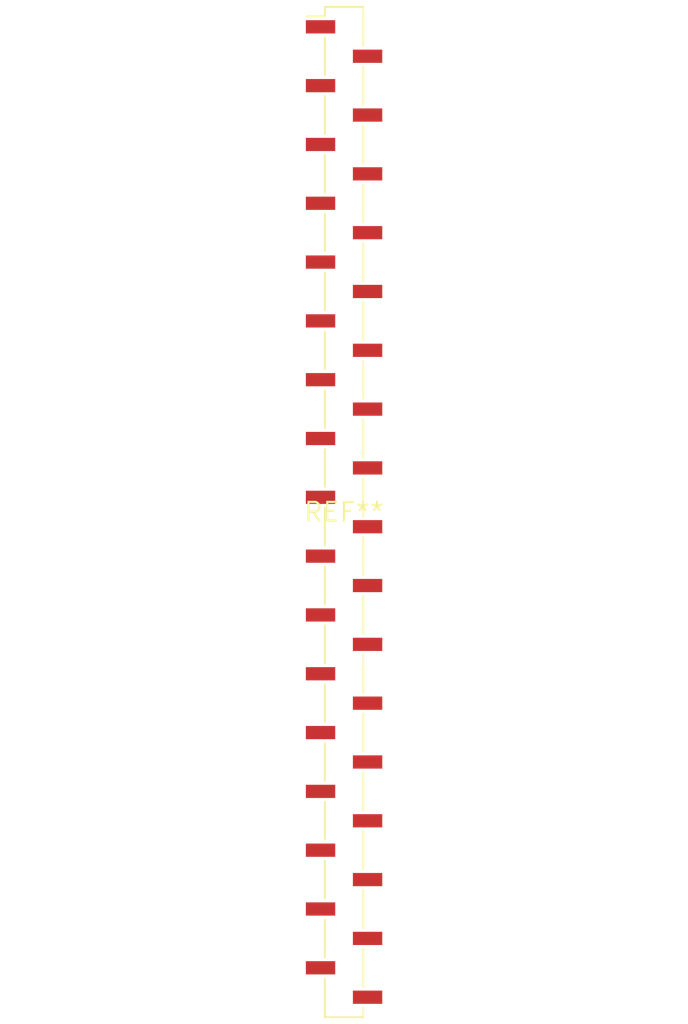
<source format=kicad_pcb>
(kicad_pcb (version 20240108) (generator pcbnew)
  (layers (0 "F.Cu" signal) (31 "B.Cu" signal) (34 "B.Paste" user) (35 "F.Paste" user) (36 "B.SilkS" user "B.Silkscreen") (37 "F.SilkS" user "F.Silkscreen") (38 "B.Mask" user) (39 "F.Mask" user) (44 "Edge.Cuts" user))
  (net 0 "")
  (footprint "PinSocket_1x34_P2.00mm_Vertical_SMD_Pin1Left" (layer "F.Cu") (at 0 0)
    (property "Reference" "REF**")
    (property "Value" "PinSocket_1x34_P2.00mm_Vertical_SMD_Pin1Left")
    (fp_line (start -2.54 -33.71) (end -1.31 -33.71) (layer "F.SilkS") (stroke (width 0.12)))
    (fp_line (start -1.31 -34.36) (end -1.31 -33.71) (layer "F.SilkS") (stroke (width 0.12)))
    (fp_line (start -1.31 -34.36) (end 1.31 -34.36) (layer "F.SilkS") (stroke (width 0.12)))
    (fp_line (start -1.31 -32.29) (end -1.31 -29.71) (layer "F.SilkS") (stroke (width 0.12)))
    (fp_line (start -1.31 -28.29) (end -1.31 -25.71) (layer "F.SilkS") (stroke (width 0.12)))
    (fp_line (start -1.31 -24.29) (end -1.31 -21.71) (layer "F.SilkS") (stroke (width 0.12)))
    (fp_line (start -1.31 -20.29) (end -1.31 -17.71) (layer "F.SilkS") (stroke (width 0.12)))
    (fp_line (start -1.31 -16.29) (end -1.31 -13.71) (layer "F.SilkS") (stroke (width 0.12)))
    (fp_line (start -1.31 -12.29) (end -1.31 -9.71) (layer "F.SilkS") (stroke (width 0.12)))
    (fp_line (start -1.31 -8.29) (end -1.31 -5.71) (layer "F.SilkS") (stroke (width 0.12)))
    (fp_line (start -1.31 -4.29) (end -1.31 -1.71) (layer "F.SilkS") (stroke (width 0.12)))
    (fp_line (start -1.31 -0.29) (end -1.31 2.29) (layer "F.SilkS") (stroke (width 0.12)))
    (fp_line (start -1.31 3.71) (end -1.31 6.29) (layer "F.SilkS") (stroke (width 0.12)))
    (fp_line (start -1.31 7.71) (end -1.31 10.29) (layer "F.SilkS") (stroke (width 0.12)))
    (fp_line (start -1.31 11.71) (end -1.31 14.29) (layer "F.SilkS") (stroke (width 0.12)))
    (fp_line (start -1.31 15.71) (end -1.31 18.29) (layer "F.SilkS") (stroke (width 0.12)))
    (fp_line (start -1.31 19.71) (end -1.31 22.29) (layer "F.SilkS") (stroke (width 0.12)))
    (fp_line (start -1.31 23.71) (end -1.31 26.29) (layer "F.SilkS") (stroke (width 0.12)))
    (fp_line (start -1.31 27.71) (end -1.31 30.29) (layer "F.SilkS") (stroke (width 0.12)))
    (fp_line (start -1.31 31.71) (end -1.31 34.36) (layer "F.SilkS") (stroke (width 0.12)))
    (fp_line (start -1.31 34.36) (end 1.31 34.36) (layer "F.SilkS") (stroke (width 0.12)))
    (fp_line (start 1.31 -34.36) (end 1.31 -31.71) (layer "F.SilkS") (stroke (width 0.12)))
    (fp_line (start 1.31 -30.29) (end 1.31 -27.71) (layer "F.SilkS") (stroke (width 0.12)))
    (fp_line (start 1.31 -26.29) (end 1.31 -23.71) (layer "F.SilkS") (stroke (width 0.12)))
    (fp_line (start 1.31 -22.29) (end 1.31 -19.71) (layer "F.SilkS") (stroke (width 0.12)))
    (fp_line (start 1.31 -18.29) (end 1.31 -15.71) (layer "F.SilkS") (stroke (width 0.12)))
    (fp_line (start 1.31 -14.29) (end 1.31 -11.71) (layer "F.SilkS") (stroke (width 0.12)))
    (fp_line (start 1.31 -10.29) (end 1.31 -7.71) (layer "F.SilkS") (stroke (width 0.12)))
    (fp_line (start 1.31 -6.29) (end 1.31 -3.71) (layer "F.SilkS") (stroke (width 0.12)))
    (fp_line (start 1.31 -2.29) (end 1.31 0.29) (layer "F.SilkS") (stroke (width 0.12)))
    (fp_line (start 1.31 1.71) (end 1.31 4.29) (layer "F.SilkS") (stroke (width 0.12)))
    (fp_line (start 1.31 5.71) (end 1.31 8.29) (layer "F.SilkS") (stroke (width 0.12)))
    (fp_line (start 1.31 9.71) (end 1.31 12.29) (layer "F.SilkS") (stroke (width 0.12)))
    (fp_line (start 1.31 13.71) (end 1.31 16.29) (layer "F.SilkS") (stroke (width 0.12)))
    (fp_line (start 1.31 17.71) (end 1.31 20.29) (layer "F.SilkS") (stroke (width 0.12)))
    (fp_line (start 1.31 21.71) (end 1.31 24.29) (layer "F.SilkS") (stroke (width 0.12)))
    (fp_line (start 1.31 25.71) (end 1.31 28.29) (layer "F.SilkS") (stroke (width 0.12)))
    (fp_line (start 1.31 29.71) (end 1.31 32.29) (layer "F.SilkS") (stroke (width 0.12)))
    (fp_line (start 1.31 33.71) (end 1.31 34.36) (layer "F.SilkS") (stroke (width 0.12)))
    (pad "1" smd rect (at -1.6 -33) (size 2 0.9) (layers "F.Cu" "F.Paste" "F.Mask"))
    (pad "2" smd rect (at 1.6 -31) (size 2 0.9) (layers "F.Cu" "F.Paste" "F.Mask"))
    (pad "3" smd rect (at -1.6 -29) (size 2 0.9) (layers "F.Cu" "F.Paste" "F.Mask"))
    (pad "4" smd rect (at 1.6 -27) (size 2 0.9) (layers "F.Cu" "F.Paste" "F.Mask"))
    (pad "5" smd rect (at -1.6 -25) (size 2 0.9) (layers "F.Cu" "F.Paste" "F.Mask"))
    (pad "6" smd rect (at 1.6 -23) (size 2 0.9) (layers "F.Cu" "F.Paste" "F.Mask"))
    (pad "7" smd rect (at -1.6 -21) (size 2 0.9) (layers "F.Cu" "F.Paste" "F.Mask"))
    (pad "8" smd rect (at 1.6 -19) (size 2 0.9) (layers "F.Cu" "F.Paste" "F.Mask"))
    (pad "9" smd rect (at -1.6 -17) (size 2 0.9) (layers "F.Cu" "F.Paste" "F.Mask"))
    (pad "10" smd rect (at 1.6 -15) (size 2 0.9) (layers "F.Cu" "F.Paste" "F.Mask"))
    (pad "11" smd rect (at -1.6 -13) (size 2 0.9) (layers "F.Cu" "F.Paste" "F.Mask"))
    (pad "12" smd rect (at 1.6 -11) (size 2 0.9) (layers "F.Cu" "F.Paste" "F.Mask"))
    (pad "13" smd rect (at -1.6 -9) (size 2 0.9) (layers "F.Cu" "F.Paste" "F.Mask"))
    (pad "14" smd rect (at 1.6 -7) (size 2 0.9) (layers "F.Cu" "F.Paste" "F.Mask"))
    (pad "15" smd rect (at -1.6 -5) (size 2 0.9) (layers "F.Cu" "F.Paste" "F.Mask"))
    (pad "16" smd rect (at 1.6 -3) (size 2 0.9) (layers "F.Cu" "F.Paste" "F.Mask"))
    (pad "17" smd rect (at -1.6 -1) (size 2 0.9) (layers "F.Cu" "F.Paste" "F.Mask"))
    (pad "18" smd rect (at 1.6 1) (size 2 0.9) (layers "F.Cu" "F.Paste" "F.Mask"))
    (pad "19" smd rect (at -1.6 3) (size 2 0.9) (layers "F.Cu" "F.Paste" "F.Mask"))
    (pad "20" smd rect (at 1.6 5) (size 2 0.9) (layers "F.Cu" "F.Paste" "F.Mask"))
    (pad "21" smd rect (at -1.6 7) (size 2 0.9) (layers "F.Cu" "F.Paste" "F.Mask"))
    (pad "22" smd rect (at 1.6 9) (size 2 0.9) (layers "F.Cu" "F.Paste" "F.Mask"))
    (pad "23" smd rect (at -1.6 11) (size 2 0.9) (layers "F.Cu" "F.Paste" "F.Mask"))
    (pad "24" smd rect (at 1.6 13) (size 2 0.9) (layers "F.Cu" "F.Paste" "F.Mask"))
    (pad "25" smd rect (at -1.6 15) (size 2 0.9) (layers "F.Cu" "F.Paste" "F.Mask"))
    (pad "26" smd rect (at 1.6 17) (size 2 0.9) (layers "F.Cu" "F.Paste" "F.Mask"))
    (pad "27" smd rect (at -1.6 19) (size 2 0.9) (layers "F.Cu" "F.Paste" "F.Mask"))
    (pad "28" smd rect (at 1.6 21) (size 2 0.9) (layers "F.Cu" "F.Paste" "F.Mask"))
    (pad "29" smd rect (at -1.6 23) (size 2 0.9) (layers "F.Cu" "F.Paste" "F.Mask"))
    (pad "30" smd rect (at 1.6 25) (size 2 0.9) (layers "F.Cu" "F.Paste" "F.Mask"))
    (pad "31" smd rect (at -1.6 27) (size 2 0.9) (layers "F.Cu" "F.Paste" "F.Mask"))
    (pad "32" smd rect (at 1.6 29) (size 2 0.9) (layers "F.Cu" "F.Paste" "F.Mask"))
    (pad "33" smd rect (at -1.6 31) (size 2 0.9) (layers "F.Cu" "F.Paste" "F.Mask"))
    (pad "34" smd rect (at 1.6 33) (size 2 0.9) (layers "F.Cu" "F.Paste" "F.Mask"))
  )
)
</source>
